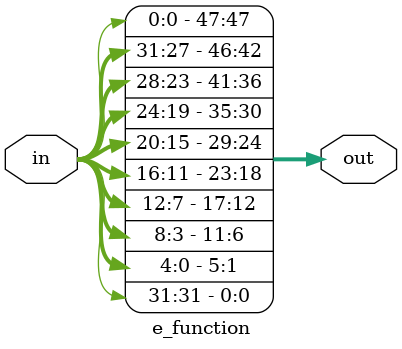
<source format=v>
module e_function (
    input  wire [31:0] in,
    output wire [47:0] out
);

    assign out = {
        in[32 - 32], in[32 - 1],  in[32 - 2],  in[32 - 3],  in[32 - 4],  in[32 - 5],
        in[32 - 4],  in[32 - 5],  in[32 - 6],  in[32 - 7],  in[32 - 8],  in[32 - 9],
        in[32 - 8],  in[32 - 9],  in[32 - 10], in[32 - 11], in[32 - 12], in[32 - 13],
        in[32 - 12], in[32 - 13], in[32 - 14], in[32 - 15], in[32 - 16], in[32 - 17],
        in[32 - 16], in[32 - 17], in[32 - 18], in[32 - 19], in[32 - 20], in[32 - 21],
        in[32 - 20], in[32 - 21], in[32 - 22], in[32 - 23], in[32 - 24], in[32 - 25],
        in[32 - 24], in[32 - 25], in[32 - 26], in[32 - 27], in[32 - 28], in[32 - 29],
        in[32 - 28], in[32 - 29], in[32 - 30], in[32 - 31], in[32 - 32], in[32 - 1]
    };

endmodule

</source>
